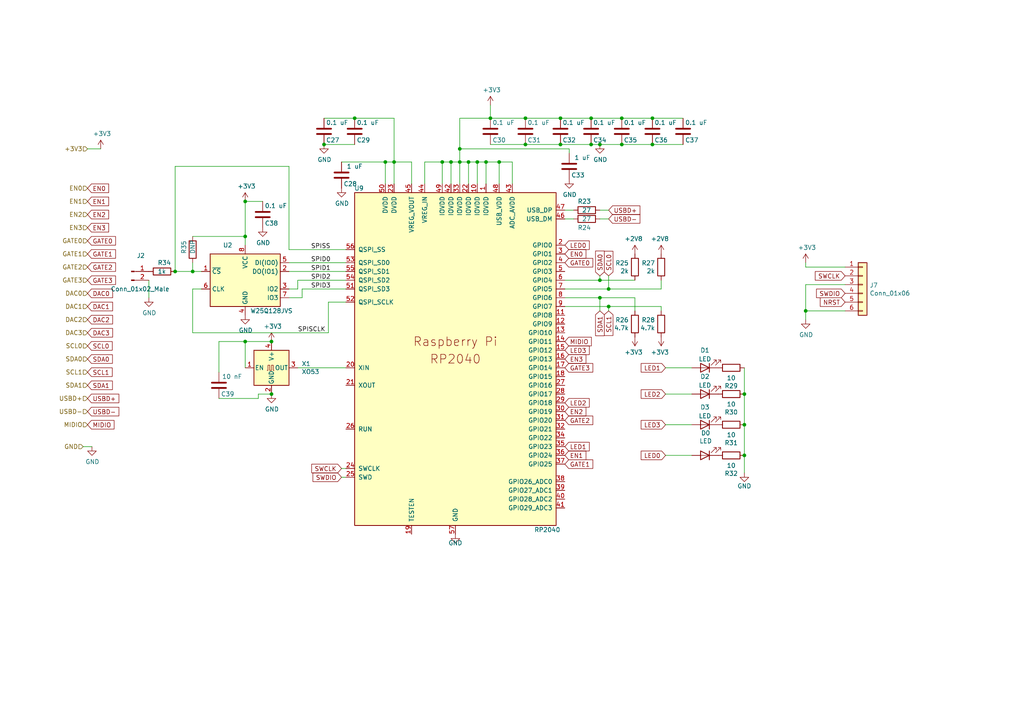
<source format=kicad_sch>
(kicad_sch (version 20230121) (generator eeschema)
  (paper "A4")
  (lib_symbols
    (symbol "Connector_Generic:Conn_01x06" (pin_names (offset 1.016) hide)
      (property "Reference" "J" (at 0 7.62 0))
      (property "Value" "Conn_01x06" (at 0 -10.16 0))
      (symbol "Conn_01x06_1_1"
        (rectangle (start -1.27 -7.493) (end 0 -7.747) (stroke (width 0.1524)))
        (rectangle (start -1.27 -4.953) (end 0 -5.207) (stroke (width 0.1524)))
        (rectangle (start -1.27 -2.413) (end 0 -2.667) (stroke (width 0.1524)))
        (rectangle (start -1.27 0.127) (end 0 -0.127) (stroke (width 0.1524)))
        (rectangle (start -1.27 2.667) (end 0 2.413) (stroke (width 0.1524)))
        (rectangle (start -1.27 5.207) (end 0 4.953) (stroke (width 0.1524)))
        (rectangle (start -1.27 6.35) (end 1.27 -8.89) (stroke (width 0.254)) (fill (type background)))
        (pin passive line (at -5.08 5.08 0) (length 3.81) (name "Pin_1") (number "1"))
        (pin passive line (at -5.08 2.54 0) (length 3.81) (name "Pin_2") (number "2"))
        (pin passive line (at -5.08 0 0) (length 3.81) (name "Pin_3") (number "3"))
        (pin passive line (at -5.08 -2.54 0) (length 3.81) (name "Pin_4") (number "4"))
        (pin passive line (at -5.08 -5.08 0) (length 3.81) (name "Pin_5") (number "5"))
        (pin passive line (at -5.08 -7.62 0) (length 3.81) (name "Pin_6") (number "6"))
      )
    )
    (symbol "Device:C" (pin_numbers hide) (pin_names (offset 0.254))
      (property "Reference" "C" (at 0.635 2.54 0))
      (property "Value" "C" (at 0.635 -2.54 0))
      (symbol "C_0_1"
        (polyline (pts (xy -2.032 -0.762) (xy 2.032 -0.762)) (stroke (width 0.508)))
        (polyline (pts (xy -2.032 0.762) (xy 2.032 0.762)) (stroke (width 0.508)))
      )
      (symbol "C_1_1"
        (pin passive line (at 0 3.81 270) (length 2.794) (name "~") (number "1"))
        (pin passive line (at 0 -3.81 90) (length 2.794) (name "~") (number "2"))
      )
    )
    (symbol "Device:LED" (pin_numbers hide) (pin_names (offset 1.016) hide)
      (property "Reference" "D" (at 0 2.54 0))
      (property "Value" "LED" (at 0 -2.54 0))
      (symbol "LED_0_1"
        (polyline (pts (xy -1.27 -1.27) (xy -1.27 1.27)) (stroke (width 0.254)))
        (polyline (pts (xy -1.27 0) (xy 1.27 0)))
        (polyline (pts (xy 1.27 -1.27) (xy 1.27 1.27) (xy -1.27 0) (xy 1.27 -1.27)) (stroke (width 0.254)))
        (polyline (pts (xy -3.048 -0.762) (xy -4.572 -2.286) (xy -3.81 -2.286) (xy -4.572 -2.286) (xy -4.572 -1.524)))
        (polyline (pts (xy -1.778 -0.762) (xy -3.302 -2.286) (xy -2.54 -2.286) (xy -3.302 -2.286) (xy -3.302 -1.524)))
      )
      (symbol "LED_1_1"
        (pin passive line (at -3.81 0 0) (length 2.54) (name "K") (number "1"))
        (pin passive line (at 3.81 0 180) (length 2.54) (name "A") (number "2"))
      )
    )
    (symbol "Device:R" (pin_numbers hide) (pin_names (offset 0))
      (property "Reference" "R" (at 2.032 0 90))
      (property "Value" "R" (at 0 0 90))
      (symbol "R_0_1"
        (rectangle (start -1.016 -2.54) (end 1.016 2.54) (stroke (width 0.254)))
      )
      (symbol "R_1_1"
        (pin passive line (at 0 3.81 270) (length 1.27) (name "~") (number "1"))
        (pin passive line (at 0 -3.81 90) (length 1.27) (name "~") (number "2"))
      )
    )
    (symbol "Oscillator:XO53" (pin_names (offset 0.254))
      (property "Reference" "X" (at -5.08 6.35 0))
      (property "Value" "XO53" (at 1.27 -6.35 0))
      (symbol "XO53_0_1"
        (rectangle (start -5.08 5.08) (end 5.08 -5.08) (stroke (width 0.254)) (fill (type background)))
        (polyline (pts (xy 0.762 -0.762) (xy 0.508 -0.762) (xy 0.508 0.762) (xy 0 0.762) (xy 0 -0.762) (xy -0.508 -0.762) (xy -0.508 0.762) (xy -1.016 0.762) (xy -1.016 -0.762) (xy -1.27 -0.762)))
      )
      (symbol "XO53_1_1"
        (pin input line (at -7.62 0 0) (length 2.54) (name "EN") (number "1"))
        (pin power_in line (at 0 -7.62 90) (length 2.54) (name "GND") (number "2"))
        (pin output line (at 7.62 0 180) (length 2.54) (name "OUT") (number "3"))
        (pin power_in line (at 0 7.62 270) (length 2.54) (name "V+") (number "4"))
      )
    )
    (symbol "power:+2V8" (power) (pin_names (offset 0))
      (property "Value" "+2V8" (at 0 3.556 0))
      (symbol "+2V8_0_1"
        (polyline (pts (xy -0.762 1.27) (xy 0 2.54)))
        (polyline (pts (xy 0 0) (xy 0 2.54)))
        (polyline (pts (xy 0 2.54) (xy 0.762 1.27)))
      )
      (symbol "+2V8_1_1"
        (pin power_in line (at 0 0 90) (length 0) hide (name "+2V8") (number "1"))
      )
    )
    (symbol "power:+3V3" (power) (pin_names (offset 0))
      (property "Value" "+3V3" (at 0 3.556 0))
      (symbol "+3V3_0_1"
        (polyline (pts (xy -0.762 1.27) (xy 0 2.54)))
        (polyline (pts (xy 0 0) (xy 0 2.54)))
        (polyline (pts (xy 0 2.54) (xy 0.762 1.27)))
      )
      (symbol "+3V3_1_1"
        (pin power_in line (at 0 0 90) (length 0) hide (name "+3V3") (number "1"))
      )
    )
    (symbol "power:GND" (power) (pin_names (offset 0))
      (property "Value" "GND" (at 0 -3.81 0))
      (symbol "GND_0_1"
        (polyline (pts (xy 0 0) (xy 0 -1.27) (xy 1.27 -1.27) (xy 0 -2.54) (xy -1.27 -1.27) (xy 0 -1.27)))
      )
      (symbol "GND_1_1"
        (pin power_in line (at 0 0 270) (length 0) hide (name "GND") (number "1"))
      )
    )
    (symbol "quadrant-rescue:Conn_01x02_Male-Connector" (pin_names (offset 1.016) hide)
      (property "Reference" "J" (at 0 2.54 0))
      (property "Value" "Connector_Conn_01x02_Male" (at 0 -5.08 0))
      (symbol "Conn_01x02_Male-Connector_1_1"
        (polyline (pts (xy 1.27 -2.54) (xy 0.8636 -2.54)) (stroke (width 0.1524)))
        (polyline (pts (xy 1.27 0) (xy 0.8636 0)) (stroke (width 0.1524)))
        (rectangle (start 0.8636 -2.413) (end 0 -2.667) (stroke (width 0.1524)) (fill (type outline)))
        (rectangle (start 0.8636 0.127) (end 0 -0.127) (stroke (width 0.1524)) (fill (type outline)))
        (pin passive line (at 5.08 0 180) (length 3.81) (name "Pin_1") (number "1"))
        (pin passive line (at 5.08 -2.54 180) (length 3.81) (name "Pin_2") (number "2"))
      )
    )
    (symbol "quadrant-rescue:W25Q128JVS-Memory_Flash"
      (property "Reference" "U" (at -8.89 8.89 0))
      (property "Value" "Memory_Flash_W25Q128JVS" (at 7.62 8.89 0))
      (symbol "W25Q128JVS-Memory_Flash_0_1"
        (rectangle (start -10.16 7.62) (end 10.16 -7.62) (stroke (width 0.254)) (fill (type background)))
      )
      (symbol "W25Q128JVS-Memory_Flash_1_1"
        (pin input line (at -12.7 2.54 0) (length 2.54) (name "~{CS}") (number "1"))
        (pin bidirectional line (at 12.7 2.54 180) (length 2.54) (name "DO(IO1)") (number "2"))
        (pin bidirectional line (at 12.7 -2.54 180) (length 2.54) (name "IO2") (number "3"))
        (pin power_in line (at 0 -10.16 90) (length 2.54) (name "GND") (number "4"))
        (pin bidirectional line (at 12.7 5.08 180) (length 2.54) (name "DI(IO0)") (number "5"))
        (pin input line (at -12.7 -2.54 0) (length 2.54) (name "CLK") (number "6"))
        (pin bidirectional line (at 12.7 -5.08 180) (length 2.54) (name "IO3") (number "7"))
        (pin power_in line (at 0 10.16 270) (length 2.54) (name "VCC") (number "8"))
      )
    )
    (symbol "quadrant:RP2040" (pin_names (offset 1.016))
      (property "Reference" "U" (at -29.21 49.53 0))
      (property "Value" "RP2040" (at 24.13 -49.53 0))
      (symbol "RP2040_0_0"
        (text "Raspberry Pi" (at 0 5.08 0) (effects (font (size 2.54 2.54))))
        (text "RP2040" (at 0 0 0) (effects (font (size 2.54 2.54))))
      )
      (symbol "RP2040_0_1"
        (rectangle (start 29.21 48.26) (end -29.21 -48.26) (stroke (width 0.254)) (fill (type background)))
      )
      (symbol "RP2040_1_1"
        (pin power_in line (at 8.89 50.8 270) (length 2.54) (name "IOVDD") (number "1"))
        (pin power_in line (at 6.35 50.8 270) (length 2.54) (name "IOVDD") (number "10"))
        (pin bidirectional line (at 31.75 12.7 180) (length 2.54) (name "GPIO8") (number "11"))
        (pin bidirectional line (at 31.75 10.16 180) (length 2.54) (name "GPIO9") (number "12"))
        (pin bidirectional line (at 31.75 7.62 180) (length 2.54) (name "GPIO10") (number "13"))
        (pin bidirectional line (at 31.75 5.08 180) (length 2.54) (name "GPIO11") (number "14"))
        (pin bidirectional line (at 31.75 2.54 180) (length 2.54) (name "GPIO12") (number "15"))
        (pin bidirectional line (at 31.75 0 180) (length 2.54) (name "GPIO13") (number "16"))
        (pin bidirectional line (at 31.75 -2.54 180) (length 2.54) (name "GPIO14") (number "17"))
        (pin bidirectional line (at 31.75 -5.08 180) (length 2.54) (name "GPIO15") (number "18"))
        (pin passive line (at -12.7 -50.8 90) (length 2.54) (name "TESTEN") (number "19"))
        (pin bidirectional line (at 31.75 33.02 180) (length 2.54) (name "GPIO0") (number "2"))
        (pin input line (at -31.75 -2.54 0) (length 2.54) (name "XIN") (number "20"))
        (pin passive line (at -31.75 -7.62 0) (length 2.54) (name "XOUT") (number "21"))
        (pin power_in line (at 3.81 50.8 270) (length 2.54) (name "IOVDD") (number "22"))
        (pin power_in line (at -17.78 50.8 270) (length 2.54) (name "DVDD") (number "23"))
        (pin output line (at -31.75 -31.75 0) (length 2.54) (name "SWCLK") (number "24"))
        (pin bidirectional line (at -31.75 -34.29 0) (length 2.54) (name "SWD") (number "25"))
        (pin input line (at -31.75 -20.32 0) (length 2.54) (name "RUN") (number "26"))
        (pin bidirectional line (at 31.75 -7.62 180) (length 2.54) (name "GPIO16") (number "27"))
        (pin bidirectional line (at 31.75 -10.16 180) (length 2.54) (name "GPIO17") (number "28"))
        (pin bidirectional line (at 31.75 -12.7 180) (length 2.54) (name "GPIO18") (number "29"))
        (pin bidirectional line (at 31.75 30.48 180) (length 2.54) (name "GPIO1") (number "3"))
        (pin bidirectional line (at 31.75 -15.24 180) (length 2.54) (name "GPIO19") (number "30"))
        (pin bidirectional line (at 31.75 -17.78 180) (length 2.54) (name "GPIO20") (number "31"))
        (pin bidirectional line (at 31.75 -20.32 180) (length 2.54) (name "GPIO21") (number "32"))
        (pin power_in line (at 1.27 50.8 270) (length 2.54) (name "IOVDD") (number "33"))
        (pin bidirectional line (at 31.75 -22.86 180) (length 2.54) (name "GPIO22") (number "34"))
        (pin bidirectional line (at 31.75 -25.4 180) (length 2.54) (name "GPIO23") (number "35"))
        (pin bidirectional line (at 31.75 -27.94 180) (length 2.54) (name "GPIO24") (number "36"))
        (pin bidirectional line (at 31.75 -30.48 180) (length 2.54) (name "GPIO25") (number "37"))
        (pin bidirectional line (at 31.75 -35.56 180) (length 2.54) (name "GPIO26_ADC0") (number "38"))
        (pin bidirectional line (at 31.75 -38.1 180) (length 2.54) (name "GPIO27_ADC1") (number "39"))
        (pin bidirectional line (at 31.75 27.94 180) (length 2.54) (name "GPIO2") (number "4"))
        (pin bidirectional line (at 31.75 -40.64 180) (length 2.54) (name "GPIO28_ADC2") (number "40"))
        (pin bidirectional line (at 31.75 -43.18 180) (length 2.54) (name "GPIO29_ADC3") (number "41"))
        (pin power_in line (at -1.27 50.8 270) (length 2.54) (name "IOVDD") (number "42"))
        (pin power_in line (at 16.51 50.8 270) (length 2.54) (name "ADC_AVDD") (number "43"))
        (pin power_in line (at -8.89 50.8 270) (length 2.54) (name "VREG_IN") (number "44"))
        (pin power_out line (at -12.7 50.8 270) (length 2.54) (name "VREG_VOUT") (number "45"))
        (pin bidirectional line (at 31.75 40.64 180) (length 2.54) (name "USB_DM") (number "46"))
        (pin bidirectional line (at 31.75 43.18 180) (length 2.54) (name "USB_DP") (number "47"))
        (pin power_in line (at 12.7 50.8 270) (length 2.54) (name "USB_VDD") (number "48"))
        (pin power_in line (at -3.81 50.8 270) (length 2.54) (name "IOVDD") (number "49"))
        (pin bidirectional line (at 31.75 25.4 180) (length 2.54) (name "GPIO3") (number "5"))
        (pin power_in line (at -20.32 50.8 270) (length 2.54) (name "DVDD") (number "50"))
        (pin bidirectional line (at -31.75 20.32 0) (length 2.54) (name "QSPI_SD3") (number "51"))
        (pin output line (at -31.75 16.51 0) (length 2.54) (name "QSPI_SCLK") (number "52"))
        (pin bidirectional line (at -31.75 27.94 0) (length 2.54) (name "QSPI_SD0") (number "53"))
        (pin bidirectional line (at -31.75 22.86 0) (length 2.54) (name "QSPI_SD2") (number "54"))
        (pin bidirectional line (at -31.75 25.4 0) (length 2.54) (name "QSPI_SD1") (number "55"))
        (pin bidirectional line (at -31.75 31.75 0) (length 2.54) (name "QSPI_SS") (number "56"))
        (pin power_in line (at 0 -50.8 90) (length 2.54) (name "GND") (number "57"))
        (pin bidirectional line (at 31.75 22.86 180) (length 2.54) (name "GPIO4") (number "6"))
        (pin bidirectional line (at 31.75 20.32 180) (length 2.54) (name "GPIO5") (number "7"))
        (pin bidirectional line (at 31.75 17.78 180) (length 2.54) (name "GPIO6") (number "8"))
        (pin bidirectional line (at 31.75 15.24 180) (length 2.54) (name "GPIO7") (number "9"))
      )
    )
  )
  (junction (at 180.34 41.91))
  (junction (at 130.81 46.99))
  (junction (at 111.76 46.99))
  (junction (at 114.3 46.99))
  (junction (at 140.97 46.99))
  (junction (at 189.23 34.29))
  (junction (at 176.53 83.82))
  (junction (at 152.4 34.29))
  (junction (at 215.9 132.08))
  (junction (at 55.88 78.74))
  (junction (at 133.35 46.99))
  (junction (at 135.89 46.99))
  (junction (at 93.98 41.91))
  (junction (at 71.12 99.06))
  (junction (at 171.45 41.91))
  (junction (at 215.9 123.19))
  (junction (at 215.9 114.3))
  (junction (at 138.43 46.99))
  (junction (at 180.34 34.29))
  (junction (at 78.74 114.3))
  (junction (at 233.68 90.17))
  (junction (at 144.78 46.99))
  (junction (at 142.24 34.29))
  (junction (at 162.56 34.29))
  (junction (at 173.99 41.91))
  (junction (at 102.87 34.29))
  (junction (at 128.27 46.99))
  (junction (at 171.45 34.29))
  (junction (at 162.56 41.91))
  (junction (at 173.99 81.28))
  (junction (at 189.23 41.91))
  (junction (at 133.35 43.18))
  (junction (at 176.53 88.9))
  (junction (at 152.4 41.91))
  (junction (at 71.12 58.42))
  (junction (at 71.12 68.58))
  (junction (at 173.99 86.36))
  (junction (at 78.74 99.06))
  (junction (at 50.8 78.74))
  (wire (pts (xy 233.68 90.17) (xy 233.68 82.55)))
  (wire (pts (xy 163.83 83.82) (xy 176.53 83.82)))
  (wire (pts (xy 166.37 63.5) (xy 163.83 63.5)))
  (wire (pts (xy 130.81 46.99) (xy 133.35 46.99)))
  (wire (pts (xy 176.53 83.82) (xy 191.77 83.82)))
  (wire (pts (xy 111.76 46.99) (xy 114.3 46.99)))
  (wire (pts (xy 176.53 88.9) (xy 191.77 88.9)))
  (wire (pts (xy 162.56 41.91) (xy 171.45 41.91)))
  (wire (pts (xy 165.1 43.18) (xy 165.1 44.45)))
  (wire (pts (xy 63.5 115.57) (xy 74.93 115.57)))
  (wire (pts (xy 152.4 34.29) (xy 162.56 34.29)))
  (wire (pts (xy 189.23 34.29) (xy 198.12 34.29)))
  (wire (pts (xy 100.33 135.89) (xy 99.06 135.89)))
  (wire (pts (xy 71.12 99.06) (xy 63.5 99.06)))
  (wire (pts (xy 93.98 34.29) (xy 102.87 34.29)))
  (wire (pts (xy 55.88 96.52) (xy 95.25 96.52)))
  (wire (pts (xy 55.88 76.2) (xy 55.88 78.74)))
  (wire (pts (xy 87.63 83.82) (xy 100.33 83.82)))
  (wire (pts (xy 233.68 77.47) (xy 245.11 77.47)))
  (wire (pts (xy 24.13 129.54) (xy 26.67 129.54)))
  (wire (pts (xy 83.82 83.82) (xy 86.36 83.82)))
  (wire (pts (xy 128.27 53.34) (xy 128.27 46.99)))
  (wire (pts (xy 58.42 78.74) (xy 55.88 78.74)))
  (wire (pts (xy 140.97 46.99) (xy 144.78 46.99)))
  (wire (pts (xy 95.25 96.52) (xy 95.25 87.63)))
  (wire (pts (xy 86.36 81.28) (xy 100.33 81.28)))
  (wire (pts (xy 233.68 82.55) (xy 245.11 82.55)))
  (wire (pts (xy 180.34 41.91) (xy 189.23 41.91)))
  (wire (pts (xy 193.04 114.3) (xy 200.66 114.3)))
  (wire (pts (xy 123.19 53.34) (xy 123.19 46.99)))
  (wire (pts (xy 133.35 43.18) (xy 165.1 43.18)))
  (wire (pts (xy 123.19 46.99) (xy 128.27 46.99)))
  (wire (pts (xy 173.99 81.28) (xy 184.15 81.28)))
  (wire (pts (xy 128.27 46.99) (xy 130.81 46.99)))
  (wire (pts (xy 163.83 88.9) (xy 176.53 88.9)))
  (wire (pts (xy 71.12 58.42) (xy 71.12 68.58)))
  (wire (pts (xy 83.82 86.36) (xy 87.63 86.36)))
  (wire (pts (xy 133.35 34.29) (xy 133.35 43.18)))
  (wire (pts (xy 173.99 86.36) (xy 184.15 86.36)))
  (wire (pts (xy 55.88 83.82) (xy 55.88 96.52)))
  (wire (pts (xy 191.77 83.82) (xy 191.77 81.28)))
  (wire (pts (xy 144.78 46.99) (xy 144.78 53.34)))
  (wire (pts (xy 173.99 41.91) (xy 180.34 41.91)))
  (wire (pts (xy 245.11 90.17) (xy 233.68 90.17)))
  (wire (pts (xy 173.99 60.96) (xy 176.53 60.96)))
  (wire (pts (xy 86.36 83.82) (xy 86.36 81.28)))
  (wire (pts (xy 50.8 48.26) (xy 50.8 78.74)))
  (wire (pts (xy 114.3 46.99) (xy 114.3 53.34)))
  (wire (pts (xy 133.35 43.18) (xy 133.35 46.99)))
  (wire (pts (xy 138.43 46.99) (xy 140.97 46.99)))
  (wire (pts (xy 215.9 123.19) (xy 215.9 132.08)))
  (wire (pts (xy 180.34 34.29) (xy 189.23 34.29)))
  (wire (pts (xy 83.82 72.39) (xy 83.82 48.26)))
  (wire (pts (xy 86.36 106.68) (xy 100.33 106.68)))
  (wire (pts (xy 71.12 68.58) (xy 71.12 71.12)))
  (wire (pts (xy 163.83 86.36) (xy 173.99 86.36)))
  (wire (pts (xy 58.42 83.82) (xy 55.88 83.82)))
  (wire (pts (xy 142.24 41.91) (xy 152.4 41.91)))
  (wire (pts (xy 215.9 106.68) (xy 215.9 114.3)))
  (wire (pts (xy 193.04 123.19) (xy 200.66 123.19)))
  (wire (pts (xy 29.21 43.18) (xy 25.4 43.18)))
  (wire (pts (xy 215.9 132.08) (xy 215.9 137.16)))
  (wire (pts (xy 74.93 114.3) (xy 78.74 114.3)))
  (wire (pts (xy 102.87 34.29) (xy 114.3 34.29)))
  (wire (pts (xy 191.77 88.9) (xy 191.77 90.17)))
  (wire (pts (xy 142.24 30.48) (xy 142.24 34.29)))
  (wire (pts (xy 176.53 83.82) (xy 176.53 80.01)))
  (wire (pts (xy 215.9 114.3) (xy 215.9 123.19)))
  (wire (pts (xy 144.78 46.99) (xy 148.59 46.99)))
  (wire (pts (xy 152.4 41.91) (xy 162.56 41.91)))
  (wire (pts (xy 148.59 46.99) (xy 148.59 53.34)))
  (wire (pts (xy 43.18 81.28) (xy 43.18 86.36)))
  (wire (pts (xy 163.83 60.96) (xy 166.37 60.96)))
  (wire (pts (xy 100.33 138.43) (xy 99.06 138.43)))
  (wire (pts (xy 133.35 46.99) (xy 133.35 53.34)))
  (wire (pts (xy 95.25 87.63) (xy 100.33 87.63)))
  (wire (pts (xy 99.06 46.99) (xy 111.76 46.99)))
  (wire (pts (xy 87.63 86.36) (xy 87.63 83.82)))
  (wire (pts (xy 193.04 106.68) (xy 200.66 106.68)))
  (wire (pts (xy 55.88 68.58) (xy 71.12 68.58)))
  (wire (pts (xy 163.83 81.28) (xy 173.99 81.28)))
  (wire (pts (xy 171.45 41.91) (xy 173.99 41.91)))
  (wire (pts (xy 140.97 46.99) (xy 140.97 53.34)))
  (wire (pts (xy 55.88 78.74) (xy 50.8 78.74)))
  (wire (pts (xy 173.99 86.36) (xy 173.99 90.17)))
  (wire (pts (xy 114.3 34.29) (xy 114.3 46.99)))
  (wire (pts (xy 138.43 46.99) (xy 135.89 46.99)))
  (wire (pts (xy 111.76 53.34) (xy 111.76 46.99)))
  (wire (pts (xy 74.93 115.57) (xy 74.93 114.3)))
  (wire (pts (xy 233.68 92.71) (xy 233.68 90.17)))
  (wire (pts (xy 142.24 34.29) (xy 133.35 34.29)))
  (wire (pts (xy 184.15 86.36) (xy 184.15 90.17)))
  (wire (pts (xy 171.45 34.29) (xy 180.34 34.29)))
  (wire (pts (xy 71.12 58.42) (xy 76.2 58.42)))
  (wire (pts (xy 78.74 99.06) (xy 71.12 99.06)))
  (wire (pts (xy 173.99 81.28) (xy 173.99 80.01)))
  (wire (pts (xy 135.89 46.99) (xy 133.35 46.99)))
  (wire (pts (xy 83.82 76.2) (xy 100.33 76.2)))
  (wire (pts (xy 176.53 63.5) (xy 173.99 63.5)))
  (wire (pts (xy 176.53 88.9) (xy 176.53 90.17)))
  (wire (pts (xy 138.43 53.34) (xy 138.43 46.99)))
  (wire (pts (xy 83.82 48.26) (xy 50.8 48.26)))
  (wire (pts (xy 114.3 46.99) (xy 119.38 46.99)))
  (wire (pts (xy 189.23 41.91) (xy 198.12 41.91)))
  (wire (pts (xy 130.81 53.34) (xy 130.81 46.99)))
  (wire (pts (xy 100.33 72.39) (xy 83.82 72.39)))
  (wire (pts (xy 100.33 78.74) (xy 83.82 78.74)))
  (wire (pts (xy 142.24 34.29) (xy 152.4 34.29)))
  (wire (pts (xy 193.04 132.08) (xy 200.66 132.08)))
  (wire (pts (xy 233.68 76.2) (xy 233.68 77.47)))
  (wire (pts (xy 119.38 46.99) (xy 119.38 53.34)))
  (wire (pts (xy 135.89 53.34) (xy 135.89 46.99)))
  (wire (pts (xy 162.56 34.29) (xy 171.45 34.29)))
  (wire (pts (xy 71.12 106.68) (xy 71.12 99.06)))
  (wire (pts (xy 63.5 99.06) (xy 63.5 107.95)))
  (wire (pts (xy 93.98 41.91) (xy 102.87 41.91)))
  (label "SPISCLK" (at 86.36 96.52 0))
  (label "SPID3" (at 90.17 83.82 0))
  (label "SPISS" (at 90.17 72.39 0))
  (label "SPID1" (at 90.17 78.74 0))
  (label "SPID0" (at 90.17 76.2 0))
  (label "SPID2" (at 90.17 81.28 0))
  (global_label "SCL1" (shape input) (at 176.53 90.17 270) (property "Intersheetrefs" "${INTERSHEET_REFS}" (effects hide)))
  (global_label "SDA1" (shape input) (at 173.99 90.17 270) (property "Intersheetrefs" "${INTERSHEET_REFS}" (effects hide)))
  (global_label "SCL1" (shape input) (at 25.4 107.95 0) (property "Intersheetrefs" "${INTERSHEET_REFS}" (effects hide)))
  (global_label "LED0" (shape input) (at 163.83 71.12 0) (property "Intersheetrefs" "${INTERSHEET_REFS}" (effects hide)))
  (global_label "EN2" (shape input) (at 163.83 119.38 0) (property "Intersheetrefs" "${INTERSHEET_REFS}" (effects hide)))
  (global_label "MIDIO" (shape input) (at 25.4 123.19 0) (property "Intersheetrefs" "${INTERSHEET_REFS}" (effects hide)))
  (global_label "EN2" (shape input) (at 25.4 62.23 0) (property "Intersheetrefs" "${INTERSHEET_REFS}" (effects hide)))
  (global_label "SDA0" (shape input) (at 25.4 104.14 0) (property "Intersheetrefs" "${INTERSHEET_REFS}" (effects hide)))
  (global_label "GATE0" (shape input) (at 163.83 76.2 0) (property "Intersheetrefs" "${INTERSHEET_REFS}" (effects hide)))
  (global_label "USBD-" (shape input) (at 25.4 119.38 0) (property "Intersheetrefs" "${INTERSHEET_REFS}" (effects hide)))
  (global_label "GATE3" (shape input) (at 25.4 81.28 0) (property "Intersheetrefs" "${INTERSHEET_REFS}" (effects hide)))
  (global_label "EN1" (shape input) (at 25.4 58.42 0) (property "Intersheetrefs" "${INTERSHEET_REFS}" (effects hide)))
  (global_label "GATE2" (shape input) (at 25.4 77.47 0) (property "Intersheetrefs" "${INTERSHEET_REFS}" (effects hide)))
  (global_label "EN0" (shape input) (at 163.83 73.66 0) (property "Intersheetrefs" "${INTERSHEET_REFS}" (effects hide)))
  (global_label "USBD-" (shape input) (at 176.53 63.5 0) (property "Intersheetrefs" "${INTERSHEET_REFS}" (effects hide)))
  (global_label "SWCLK" (shape input) (at 99.06 135.89 180) (property "Intersheetrefs" "${INTERSHEET_REFS}" (effects hide)))
  (global_label "LED2" (shape input) (at 193.04 114.3 180) (property "Intersheetrefs" "${INTERSHEET_REFS}" (effects hide)))
  (global_label "EN1" (shape input) (at 163.83 132.08 0) (property "Intersheetrefs" "${INTERSHEET_REFS}" (effects hide)))
  (global_label "MIDIO" (shape input) (at 163.83 99.06 0) (property "Intersheetrefs" "${INTERSHEET_REFS}" (effects hide)))
  (global_label "LED2" (shape input) (at 163.83 116.84 0) (property "Intersheetrefs" "${INTERSHEET_REFS}" (effects hide)))
  (global_label "LED3" (shape input) (at 193.04 123.19 180) (property "Intersheetrefs" "${INTERSHEET_REFS}" (effects hide)))
  (global_label "USBD+" (shape input) (at 25.4 115.57 0) (property "Intersheetrefs" "${INTERSHEET_REFS}" (effects hide)))
  (global_label "USBD+" (shape input) (at 176.53 60.96 0) (property "Intersheetrefs" "${INTERSHEET_REFS}" (effects hide)))
  (global_label "LED1" (shape input) (at 163.83 129.54 0) (property "Intersheetrefs" "${INTERSHEET_REFS}" (effects hide)))
  (global_label "EN3" (shape input) (at 25.4 66.04 0) (property "Intersheetrefs" "${INTERSHEET_REFS}" (effects hide)))
  (global_label "GATE0" (shape input) (at 25.4 69.85 0) (property "Intersheetrefs" "${INTERSHEET_REFS}" (effects hide)))
  (global_label "DAC3" (shape input) (at 25.4 96.52 0) (property "Intersheetrefs" "${INTERSHEET_REFS}" (effects hide)))
  (global_label "GATE2" (shape input) (at 163.83 121.92 0) (property "Intersheetrefs" "${INTERSHEET_REFS}" (effects hide)))
  (global_label "DAC0" (shape input) (at 25.4 85.09 0) (property "Intersheetrefs" "${INTERSHEET_REFS}" (effects hide)))
  (global_label "LED0" (shape input) (at 193.04 132.08 180) (property "Intersheetrefs" "${INTERSHEET_REFS}" (effects hide)))
  (global_label "LED1" (shape input) (at 193.04 106.68 180) (property "Intersheetrefs" "${INTERSHEET_REFS}" (effects hide)))
  (global_label "GATE3" (shape input) (at 163.83 106.68 0) (property "Intersheetrefs" "${INTERSHEET_REFS}" (effects hide)))
  (global_label "SCL0" (shape input) (at 25.4 100.33 0) (property "Intersheetrefs" "${INTERSHEET_REFS}" (effects hide)))
  (global_label "SDA1" (shape input) (at 25.4 111.76 0) (property "Intersheetrefs" "${INTERSHEET_REFS}" (effects hide)))
  (global_label "SWCLK" (shape input) (at 245.11 80.01 180) (property "Intersheetrefs" "${INTERSHEET_REFS}" (effects hide)))
  (global_label "SWDIO" (shape input) (at 245.11 85.09 180) (property "Intersheetrefs" "${INTERSHEET_REFS}" (effects hide)))
  (global_label "GATE1" (shape input) (at 25.4 73.66 0) (property "Intersheetrefs" "${INTERSHEET_REFS}" (effects hide)))
  (global_label "SWDIO" (shape input) (at 99.06 138.43 180) (property "Intersheetrefs" "${INTERSHEET_REFS}" (effects hide)))
  (global_label "NRST" (shape input) (at 245.11 87.63 180) (property "Intersheetrefs" "${INTERSHEET_REFS}" (effects hide)))
  (global_label "EN3" (shape input) (at 163.83 104.14 0) (property "Intersheetrefs" "${INTERSHEET_REFS}" (effects hide)))
  (global_label "SCL0" (shape input) (at 176.53 80.01 90) (property "Intersheetrefs" "${INTERSHEET_REFS}" (effects hide)))
  (global_label "SDA0" (shape input) (at 173.99 80.01 90) (property "Intersheetrefs" "${INTERSHEET_REFS}" (effects hide)))
  (global_label "GATE1" (shape input) (at 163.83 134.62 0) (property "Intersheetrefs" "${INTERSHEET_REFS}" (effects hide)))
  (global_label "DAC2" (shape input) (at 25.4 92.71 0) (property "Intersheetrefs" "${INTERSHEET_REFS}" (effects hide)))
  (global_label "EN0" (shape input) (at 25.4 54.61 0) (property "Intersheetrefs" "${INTERSHEET_REFS}" (effects hide)))
  (global_label "LED3" (shape input) (at 163.83 101.6 0) (property "Intersheetrefs" "${INTERSHEET_REFS}" (effects hide)))
  (global_label "DAC1" (shape input) (at 25.4 88.9 0) (property "Intersheetrefs" "${INTERSHEET_REFS}" (effects hide)))
  (hierarchical_label "USBD-" (shape input) (at 25.4 119.38 180))
  (hierarchical_label "GATE0" (shape input) (at 25.4 69.85 180))
  (hierarchical_label "+3V3" (shape input) (at 25.4 43.18 180))
  (hierarchical_label "GATE3" (shape input) (at 25.4 81.28 180))
  (hierarchical_label "DAC0" (shape input) (at 25.4 85.09 180))
  (hierarchical_label "SCL0" (shape input) (at 25.4 100.33 180))
  (hierarchical_label "EN1" (shape input) (at 25.4 58.42 180))
  (hierarchical_label "SDA0" (shape input) (at 25.4 104.14 180))
  (hierarchical_label "SDA1" (shape input) (at 25.4 111.76 180))
  (hierarchical_label "MIDIO" (shape input) (at 25.4 123.19 180))
  (hierarchical_label "EN2" (shape input) (at 25.4 62.23 180))
  (hierarchical_label "GND" (shape input) (at 24.13 129.54 180))
  (hierarchical_label "DAC1" (shape input) (at 25.4 88.9 180))
  (hierarchical_label "GATE1" (shape input) (at 25.4 73.66 180))
  (hierarchical_label "DAC3" (shape input) (at 25.4 96.52 180))
  (hierarchical_label "DAC2" (shape input) (at 25.4 92.71 180))
  (hierarchical_label "EN0" (shape input) (at 25.4 54.61 180))
  (hierarchical_label "GATE2" (shape input) (at 25.4 77.47 180))
  (hierarchical_label "EN3" (shape input) (at 25.4 66.04 180))
  (hierarchical_label "USBD+" (shape input) (at 25.4 115.57 180))
  (hierarchical_label "SCL1" (shape input) (at 25.4 107.95 180))
  (symbol (lib_id "quadrant-rescue:W25Q128JVS-Memory_Flash") (at 71.12 81.28 0) (unit 1)
    (property "Reference" "U2" (at 66.04 71.12 0))
    (property "Value" "W25Q128JVS" (at 78.74 90.17 0))
    (property "Footprint" "Package_SO:SOIC-8_5.23x5.23mm_P1.27mm" (effects hide))
    (property "Datasheet" "http://www.winbond.com/resource-files/w25q128jv_dtr%20revc%2003272018%20plus.pdf" (effects hide))
    (property "JLC" "SOIC-8_208mil" (effects hide))
    (property "LCSC" "C97521" (effects hide))
    (property "ordered" "y" (effects hide))
  )
  (symbol (lib_id "Device:C") (at 76.2 62.23 180) (unit 1)
    (property "Reference" "C38" (at 78.74 64.77 0))
    (property "Value" "0.1 uF" (at 80.01 59.69 0))
    (property "Footprint" "Capacitor_SMD:C_0603_1608Metric_Pad1.08x0.95mm_HandSolder" (effects hide))
    (property "JLC" "0603" (effects hide))
    (property "LCSC" "C30926" (effects hide))
    (property "ordered" "y" (effects hide))
    (instances (project "quadrant" (path "" (reference "C38") (unit 1)) (path "" (reference "C?") (unit 1))))
  )
  (symbol (lib_id "Device:R") (at 55.88 72.39 0) (mirror y) (unit 1)
    (property "Reference" "R35" (at 53.34 73.66 90) (effects (justify left)))
    (property "Value" "DNP" (at 55.88 73.66 90) (effects (justify left)))
    (property "Footprint" "Resistor_SMD:R_0603_1608Metric_Pad0.98x0.95mm_HandSolder" (effects hide))
    (instances (project "quadrant" (path "" (reference "R35") (unit 1)) (path "" (reference "R?") (unit 1))))
  )
  (symbol (lib_id "Device:R") (at 46.99 78.74 270) (mirror x) (unit 1)
    (property "Reference" "R34" (at 45.72 76.2 90) (effects (justify left)))
    (property "Value" "1k" (at 45.72 78.74 90) (effects (justify left)))
    (property "Footprint" "Resistor_SMD:R_0603_1608Metric_Pad0.98x0.95mm_HandSolder" (effects hide))
    (property "JLC" "0603" (effects hide))
    (property "LCSC" " C21190 " (effects hide))
    (property "ordered" "y" (effects hide))
    (instances (project "quadrant" (path "" (reference "R34") (unit 1)) (path "" (reference "R?") (unit 1))))
  )
  (symbol (lib_id "power:+3V3") (at 71.12 58.42 0) (unit 1)
    (property "Reference" "#PWR0101" (effects hide))
    (property "Value" "+3V3" (at 71.501 54.0258 0))
    (instances (project "quadrant" (path "" (reference "#PWR0101") (unit 1)) (path "" (reference "#PWR?") (unit 1))))
  )
  (symbol (lib_id "power:GND") (at 76.2 66.04 0) (unit 1)
    (property "Reference" "#PWR0102" (effects hide))
    (property "Value" "GND" (at 76.327 70.4342 0))
    (instances (project "quadrant" (path "" (reference "#PWR0102") (unit 1)) (path "" (reference "#PWR?") (unit 1))))
  )
  (symbol (lib_id "power:GND") (at 71.12 91.44 0) (unit 1)
    (property "Reference" "#PWR0103" (effects hide))
    (property "Value" "GND" (at 71.247 95.8342 0))
    (instances (project "quadrant" (path "" (reference "#PWR0103") (unit 1)) (path "" (reference "#PWR?") (unit 1))))
  )
  (symbol (lib_id "quadrant-rescue:Conn_01x02_Male-Connector") (at 38.1 78.74 0) (unit 1)
    (property "Reference" "J2" (at 40.8432 74.1426 0))
    (property "Value" "Conn_01x02_Male" (at 40.64 83.82 0))
    (property "Footprint" "Connector_PinHeader_2.00mm:PinHeader_1x02_P2.00mm_Vertical" (effects hide))
    (property "JLC" "直插,P=2mm" (effects hide))
    (property "LCSC" "C541856" (effects hide))
    (property "ordered" "y" (effects hide))
  )
  (symbol (lib_id "power:GND") (at 43.18 86.36 0) (unit 1)
    (property "Reference" "#PWR0104" (effects hide))
    (property "Value" "GND" (at 43.307 90.7542 0))
    (instances (project "quadrant" (path "" (reference "#PWR0104") (unit 1)) (path "" (reference "#PWR?") (unit 1))))
  )
  (symbol (lib_id "Oscillator:XO53") (at 78.74 106.68 0) (unit 1)
    (property "Reference" "X1" (at 87.4776 105.5116 0) (effects (justify left)))
    (property "Value" "XO53" (at 87.4776 107.823 0) (effects (justify left)))
    (property "Footprint" "Oscillator:Oscillator_SMD_Kyocera_KC2520Z-4Pin_2.5x2.0mm" (effects hide))
    (property "Datasheet" "http://cdn-reichelt.de/documents/datenblatt/B400/XO53.pdf" (effects hide))
    (property "JLC" "SMD2520-4P" (effects hide))
    (property "LCSC" "C2901596" (effects hide))
    (property "ordered" "y" (effects hide))
  )
  (symbol (lib_id "power:GND") (at 78.74 114.3 0) (unit 1)
    (property "Reference" "#PWR0105" (effects hide))
    (property "Value" "GND" (at 78.867 118.6942 0))
    (instances (project "quadrant" (path "" (reference "#PWR0105") (unit 1)) (path "" (reference "#PWR?") (unit 1))))
  )
  (symbol (lib_id "power:+3V3") (at 78.74 99.06 0) (unit 1)
    (property "Reference" "#PWR0106" (effects hide))
    (property "Value" "+3V3" (at 79.121 94.6658 0))
    (instances (project "quadrant" (path "" (reference "#PWR0106") (unit 1)) (path "" (reference "#PWR?") (unit 1))))
  )
  (symbol (lib_id "Device:C") (at 63.5 111.76 180) (unit 1)
    (property "Reference" "C39" (at 66.04 114.3 0))
    (property "Value" "10 nF" (at 67.31 109.22 0))
    (property "Footprint" "Capacitor_SMD:C_0603_1608Metric_Pad1.08x0.95mm_HandSolder" (effects hide))
    (property "JLC" "0603" (effects hide))
    (property "LCSC" "C124567 " (effects hide))
    (property "ordered" "y" (effects hide))
    (instances (project "quadrant" (path "" (reference "C39") (unit 1)) (path "" (reference "C?") (unit 1))))
  )
  (symbol (lib_id "power:GND") (at 233.68 92.71 0) (unit 1)
    (property "Reference" "#PWR074" (effects hide))
    (property "Value" "GND" (at 233.807 97.1042 0))
    (instances (project "quadrant" (path "" (reference "#PWR074") (unit 1)) (path "" (reference "#PWR?") (unit 1))))
  )
  (symbol (lib_id "Connector_Generic:Conn_01x06") (at 250.19 82.55 0) (unit 1)
    (property "Reference" "J7" (at 252.222 82.7532 0) (effects (justify left)))
    (property "Value" "Conn_01x06" (at 252.222 85.0646 0) (effects (justify left)))
    (property "Footprint" "Connector_PinHeader_2.54mm:PinHeader_1x06_P2.54mm_Vertical" (effects hide))
    (property "JLC" "直插,P=2.54mm" (effects hide))
    (property "LCSC" "C190819" (effects hide))
    (property "ordered" "y" (effects hide))
    (instances (project "quadrant" (path "" (reference "J7") (unit 1)) (path "" (reference "J?") (unit 1))))
  )
  (symbol (lib_id "Device:R") (at 191.77 77.47 0) (mirror y) (unit 1)
    (property "Reference" "R27" (at 189.992 76.3016 0) (effects (justify left)))
    (property "Value" "2k" (at 189.992 78.613 0) (effects (justify left)))
    (property "Footprint" "Resistor_SMD:R_0603_1608Metric_Pad0.98x0.95mm_HandSolder" (effects hide))
    (property "JLC" "0603" (effects hide))
    (property "LCSC" "C22975" (effects hide))
    (property "ordered" "y" (effects hide))
    (instances (project "quadrant" (path "" (reference "R27") (unit 1)) (path "" (reference "R?") (unit 1))))
  )
  (symbol (lib_id "power:+2V8") (at 191.77 73.66 0) (mirror y) (unit 1)
    (property "Reference" "#PWR070" (effects hide))
    (property "Value" "+2V8" (at 191.389 69.2658 0))
    (instances (project "quadrant" (path "" (reference "#PWR070") (unit 1)) (path "" (reference "#PWR?") (unit 1))))
  )
  (symbol (lib_id "Device:R") (at 184.15 77.47 0) (mirror y) (unit 1)
    (property "Reference" "R25" (at 182.372 76.3016 0) (effects (justify left)))
    (property "Value" "2k" (at 182.372 78.613 0) (effects (justify left)))
    (property "Footprint" "Resistor_SMD:R_0603_1608Metric_Pad0.98x0.95mm_HandSolder" (effects hide))
    (property "JLC" "0603" (effects hide))
    (property "LCSC" "C22975" (effects hide))
    (property "ordered" "y" (effects hide))
    (instances (project "quadrant" (path "" (reference "R25") (unit 1)) (path "" (reference "R?") (unit 1))))
  )
  (symbol (lib_id "power:+2V8") (at 184.15 73.66 0) (mirror y) (unit 1)
    (property "Reference" "#PWR068" (effects hide))
    (property "Value" "+2V8" (at 183.769 69.2658 0))
    (instances (project "quadrant" (path "" (reference "#PWR068") (unit 1)) (path "" (reference "#PWR?") (unit 1))))
  )
  (symbol (lib_id "Device:LED") (at 204.47 106.68 180) (unit 1)
    (property "Reference" "D1" (at 204.47 101.6 0))
    (property "Value" "LED" (at 204.47 104.14 0))
    (property "Footprint" "LED_SMD:LED_0603_1608Metric_Pad1.05x0.95mm_HandSolder" (effects hide))
    (property "JLC" "0603" (effects hide))
    (property "LCSC" "C84269" (effects hide))
    (property "ordered" "y" (effects hide))
    (instances (project "quadrant" (path "" (reference "D1") (unit 1)) (path "" (reference "D?") (unit 1))))
  )
  (symbol (lib_id "Device:R") (at 212.09 106.68 90) (unit 1)
    (property "Reference" "R29" (at 212.09 111.9378 90))
    (property "Value" "10" (at 212.09 109.6264 90))
    (property "Footprint" "Resistor_SMD:R_0603_1608Metric_Pad0.98x0.95mm_HandSolder" (effects hide))
    (property "JLC" "0603" (effects hide))
    (property "LCSC" "C109318 " (effects hide))
    (property "ordered" "y" (effects hide))
    (instances (project "quadrant" (path "" (reference "R29") (unit 1)) (path "" (reference "R?") (unit 1))))
  )
  (symbol (lib_id "Device:LED") (at 204.47 132.08 180) (unit 1)
    (property "Reference" "D0" (at 204.6732 125.603 0))
    (property "Value" "LED" (at 204.6732 127.9144 0))
    (property "Footprint" "LED_SMD:LED_0603_1608Metric_Pad1.05x0.95mm_HandSolder" (effects hide))
    (property "JLC" "0603" (effects hide))
    (property "LCSC" "C84269" (effects hide))
    (property "ordered" "y" (effects hide))
    (instances (project "quadrant" (path "" (reference "D0") (unit 1)) (path "" (reference "D?") (unit 1))))
  )
  (symbol (lib_id "Device:LED") (at 204.47 114.3 180) (unit 1)
    (property "Reference" "D2" (at 204.47 109.22 0))
    (property "Value" "LED" (at 204.47 111.76 0))
    (property "Footprint" "LED_SMD:LED_0603_1608Metric_Pad1.05x0.95mm_HandSolder" (effects hide))
    (property "JLC" "0603" (effects hide))
    (property "LCSC" "C84269" (effects hide))
    (property "ordered" "y" (effects hide))
    (instances (project "quadrant" (path "" (reference "D2") (unit 1)) (path "" (reference "D?") (unit 1))))
  )
  (symbol (lib_id "Device:LED") (at 204.47 123.19 180) (unit 1)
    (property "Reference" "D3" (at 204.47 118.11 0))
    (property "Value" "LED" (at 204.47 120.65 0))
    (property "Footprint" "LED_SMD:LED_0603_1608Metric_Pad1.05x0.95mm_HandSolder" (effects hide))
    (property "JLC" "0603" (effects hide))
    (property "LCSC" "C84269" (effects hide))
    (property "ordered" "y" (effects hide))
    (instances (project "quadrant" (path "" (reference "D3") (unit 1)) (path "" (reference "D?") (unit 1))))
  )
  (symbol (lib_id "power:+3V3") (at 233.68 76.2 0) (unit 1)
    (property "Reference" "#PWR073" (effects hide))
    (property "Value" "+3V3" (at 234.061 71.8058 0))
    (instances (project "quadrant" (path "" (reference "#PWR073") (unit 1)) (path "" (reference "#PWR?") (unit 1))))
  )
  (symbol (lib_id "power:GND") (at 132.08 154.94 0) (unit 1)
    (property "Reference" "#PWR064" (effects hide))
    (property "Value" "GND" (at 132.08 157.48 0))
    (instances (project "quadrant" (path "" (reference "#PWR064") (unit 1)) (path "" (reference "#PWR?") (unit 1))))
  )
  (symbol (lib_id "power:GND") (at 173.99 41.91 0) (unit 1)
    (property "Reference" "#PWR067" (effects hide))
    (property "Value" "GND" (at 174.117 46.3042 0))
    (instances (project "quadrant" (path "" (reference "#PWR067") (unit 1)) (path "" (reference "#PWR?") (unit 1))))
  )
  (symbol (lib_id "Device:C") (at 142.24 38.1 180) (unit 1)
    (property "Reference" "C30" (at 144.78 40.64 0))
    (property "Value" "0.1 uF" (at 146.05 35.56 0))
    (property "Footprint" "Capacitor_SMD:C_0603_1608Metric_Pad1.08x0.95mm_HandSolder" (effects hide))
    (property "JLC" "0603" (effects hide))
    (property "LCSC" "C30926" (effects hide))
    (property "ordered" "y" (effects hide))
    (instances (project "quadrant" (path "" (reference "C30") (unit 1)) (path "" (reference "C?") (unit 1))))
  )
  (symbol (lib_id "power:+3V3") (at 142.24 30.48 0) (unit 1)
    (property "Reference" "#PWR065" (effects hide))
    (property "Value" "+3V3" (at 142.621 26.0858 0))
    (instances (project "quadrant" (path "" (reference "#PWR065") (unit 1)) (path "" (reference "#PWR?") (unit 1))))
  )
  (symbol (lib_id "Device:C") (at 165.1 48.26 180) (unit 1)
    (property "Reference" "C33" (at 167.64 50.8 0))
    (property "Value" "1 uF" (at 168.91 45.72 0))
    (property "Footprint" "Capacitor_SMD:C_0805_2012Metric_Pad1.18x1.45mm_HandSolder" (effects hide))
    (property "JLC" "0805" (effects hide))
    (property "LCSC" "C215803" (effects hide))
    (property "ordered" "y" (effects hide))
    (instances (project "quadrant" (path "" (reference "C33") (unit 1)) (path "" (reference "C?") (unit 1))))
  )
  (symbol (lib_id "power:GND") (at 165.1 52.07 0) (unit 1)
    (property "Reference" "#PWR066" (effects hide))
    (property "Value" "GND" (at 165.227 56.4642 0))
    (instances (project "quadrant" (path "" (reference "#PWR066") (unit 1)) (path "" (reference "#PWR?") (unit 1))))
  )
  (symbol (lib_id "Device:C") (at 99.06 50.8 180) (unit 1)
    (property "Reference" "C28" (at 101.6 53.34 0))
    (property "Value" "1 uF" (at 102.87 48.26 0))
    (property "Footprint" "Capacitor_SMD:C_0805_2012Metric_Pad1.18x1.45mm_HandSolder" (effects hide))
    (property "JLC" "0805" (effects hide))
    (property "LCSC" "C215803" (effects hide))
    (property "ordered" "y" (effects hide))
    (instances (project "quadrant" (path "" (reference "C28") (unit 1)) (path "" (reference "C?") (unit 1))))
  )
  (symbol (lib_id "power:GND") (at 99.06 54.61 0) (unit 1)
    (property "Reference" "#PWR063" (effects hide))
    (property "Value" "GND" (at 99.187 59.0042 0))
    (instances (project "quadrant" (path "" (reference "#PWR063") (unit 1)) (path "" (reference "#PWR?") (unit 1))))
  )
  (symbol (lib_id "power:GND") (at 93.98 41.91 0) (unit 1)
    (property "Reference" "#PWR062" (effects hide))
    (property "Value" "GND" (at 94.107 46.3042 0))
    (instances (project "quadrant" (path "" (reference "#PWR062") (unit 1)) (path "" (reference "#PWR?") (unit 1))))
  )
  (symbol (lib_id "Device:R") (at 170.18 63.5 90) (mirror x) (unit 1)
    (property "Reference" "R24" (at 171.45 66.04 90) (effects (justify left)))
    (property "Value" "27" (at 171.45 63.5 90) (effects (justify left)))
    (property "Footprint" "Resistor_SMD:R_0603_1608Metric_Pad0.98x0.95mm_HandSolder" (effects hide))
    (property "JLC" "0603" (effects hide))
    (property "LCSC" "C137753 " (effects hide))
    (property "ordered" "y" (effects hide))
    (instances (project "quadrant" (path "" (reference "R24") (unit 1)) (path "" (reference "R?") (unit 1))))
  )
  (symbol (lib_id "Device:R") (at 170.18 60.96 90) (mirror x) (unit 1)
    (property "Reference" "R23" (at 171.45 58.42 90) (effects (justify left)))
    (property "Value" "27" (at 171.45 60.96 90) (effects (justify left)))
    (property "Footprint" "Resistor_SMD:R_0603_1608Metric_Pad0.98x0.95mm_HandSolder" (effects hide))
    (property "JLC" "0603" (effects hide))
    (property "LCSC" "C137753 " (effects hide))
    (property "ordered" "y" (effects hide))
    (instances (project "quadrant" (path "" (reference "R23") (unit 1)) (path "" (reference "R?") (unit 1))))
  )
  (symbol (lib_id "Device:C") (at 198.12 38.1 180) (unit 1)
    (property "Reference" "C37" (at 200.66 40.64 0))
    (property "Value" "0.1 uF" (at 201.93 35.56 0))
    (property "Footprint" "Capacitor_SMD:C_0603_1608Metric_Pad1.08x0.95mm_HandSolder" (effects hide))
    (property "JLC" "0603" (effects hide))
    (property "LCSC" "C30926" (effects hide))
    (property "ordered" "y" (effects hide))
    (instances (project "quadrant" (path "" (reference "C37") (unit 1)) (path "" (reference "C?") (unit 1))))
  )
  (symbol (lib_id "Device:C") (at 189.23 38.1 180) (unit 1)
    (property "Reference" "C36" (at 191.77 40.64 0))
    (property "Value" "0.1 uF" (at 193.04 35.56 0))
    (property "Footprint" "Capacitor_SMD:C_0603_1608Metric_Pad1.08x0.95mm_HandSolder" (effects hide))
    (property "JLC" "0603" (effects hide))
    (property "LCSC" "C30926" (effects hide))
    (property "ordered" "y" (effects hide))
    (instances (project "quadrant" (path "" (reference "C36") (unit 1)) (path "" (reference "C?") (unit 1))))
  )
  (symbol (lib_id "Device:C") (at 180.34 38.1 180) (unit 1)
    (property "Reference" "C35" (at 182.88 40.64 0))
    (property "Value" "0.1 uF" (at 184.15 35.56 0))
    (property "Footprint" "Capacitor_SMD:C_0603_1608Metric_Pad1.08x0.95mm_HandSolder" (effects hide))
    (property "JLC" "0603" (effects hide))
    (property "LCSC" "C30926" (effects hide))
    (property "ordered" "y" (effects hide))
    (instances (project "quadrant" (path "" (reference "C35") (unit 1)) (path "" (reference "C?") (unit 1))))
  )
  (symbol (lib_id "Device:C") (at 171.45 38.1 180) (unit 1)
    (property "Reference" "C34" (at 173.99 40.64 0))
    (property "Value" "0.1 uF" (at 175.26 35.56 0))
    (property "Footprint" "Capacitor_SMD:C_0603_1608Metric_Pad1.08x0.95mm_HandSolder" (effects hide))
    (property "JLC" "0603" (effects hide))
    (property "LCSC" "C30926" (effects hide))
    (property "ordered" "y" (effects hide))
    (instances (project "quadrant" (path "" (reference "C34") (unit 1)) (path "" (reference "C?") (unit 1))))
  )
  (symbol (lib_id "Device:C") (at 162.56 38.1 180) (unit 1)
    (property "Reference" "C32" (at 165.1 40.64 0))
    (property "Value" "0.1 uF" (at 166.37 35.56 0))
    (property "Footprint" "Capacitor_SMD:C_0603_1608Metric_Pad1.08x0.95mm_HandSolder" (effects hide))
    (property "JLC" "0603" (effects hide))
    (property "LCSC" "C30926" (effects hide))
    (property "ordered" "y" (effects hide))
    (instances (project "quadrant" (path "" (reference "C32") (unit 1)) (path "" (reference "C?") (unit 1))))
  )
  (symbol (lib_id "Device:C") (at 152.4 38.1 180) (unit 1)
    (property "Reference" "C31" (at 154.94 40.64 0))
    (property "Value" "0.1 uF" (at 156.21 35.56 0))
    (property "Footprint" "Capacitor_SMD:C_0603_1608Metric_Pad1.08x0.95mm_HandSolder" (effects hide))
    (property "JLC" "0603" (effects hide))
    (property "LCSC" "C30926" (effects hide))
    (property "ordered" "y" (effects hide))
    (instances (project "quadrant" (path "" (reference "C31") (unit 1)) (path "" (reference "C?") (unit 1))))
  )
  (symbol (lib_id "Device:C") (at 102.87 38.1 180) (unit 1)
    (property "Reference" "C29" (at 105.41 40.64 0))
    (property "Value" "0.1 uF" (at 106.68 35.56 0))
    (property "Footprint" "Capacitor_SMD:C_0603_1608Metric_Pad1.08x0.95mm_HandSolder" (effects hide))
    (property "JLC" "0603" (effects hide))
    (property "LCSC" "C30926" (effects hide))
    (property "ordered" "y" (effects hide))
    (instances (project "quadrant" (path "" (reference "C29") (unit 1)) (path "" (reference "C?") (unit 1))))
  )
  (symbol (lib_id "Device:C") (at 93.98 38.1 180) (unit 1)
    (property "Reference" "C27" (at 96.52 40.64 0))
    (property "Value" "0.1 uF" (at 97.79 35.56 0))
    (property "Footprint" "Capacitor_SMD:C_0603_1608Metric_Pad1.08x0.95mm_HandSolder" (effects hide))
    (property "JLC" "0603" (effects hide))
    (property "LCSC" "C30926" (effects hide))
    (property "ordered" "y" (effects hide))
    (instances (project "quadrant" (path "" (reference "C27") (unit 1)) (path "" (reference "C?") (unit 1))))
  )
  (symbol (lib_id "quadrant:RP2040") (at 132.08 104.14 0) (unit 1)
    (property "Reference" "U9" (at 104.14 54.61 0))
    (property "Value" "RP2040" (at 158.75 153.67 0))
    (property "Footprint" "RP2040_minimal:RP2040-QFN-56" (effects hide))
    (property "JLC" "QFN-56(7x7)" (effects hide))
    (property "LCSC" "C2040" (effects hide))
    (property "ordered" "y" (effects hide))
    (instances (project "quadrant" (path "" (reference "U9") (unit 1)) (path "" (reference "U?") (unit 1))))
  )
  (symbol (lib_id "Device:R") (at 191.77 93.98 0) (mirror y) (unit 1)
    (property "Reference" "R28" (at 189.992 92.8116 0) (effects (justify left)))
    (property "Value" "4.7k" (at 189.992 95.123 0) (effects (justify left)))
    (property "Footprint" "Resistor_SMD:R_0603_1608Metric_Pad0.98x0.95mm_HandSolder" (effects hide))
    (property "JLC" "0603" (effects hide))
    (property "LCSC" " C23162 " (effects hide))
    (property "ordered" "y" (effects hide))
    (instances (project "quadrant" (path "" (reference "R28") (unit 1)) (path "" (reference "R?") (unit 1))))
  )
  (symbol (lib_id "Device:R") (at 184.15 93.98 0) (mirror y) (unit 1)
    (property "Reference" "R26" (at 182.372 92.8116 0) (effects (justify left)))
    (property "Value" "4.7k" (at 182.372 95.123 0) (effects (justify left)))
    (property "Footprint" "Resistor_SMD:R_0603_1608Metric_Pad0.98x0.95mm_HandSolder" (effects hide))
    (property "JLC" "0603" (effects hide))
    (property "LCSC" " C23162 " (effects hide))
    (property "ordered" "y" (effects hide))
    (instances (project "quadrant" (path "" (reference "R26") (unit 1)) (path "" (reference "R?") (unit 1))))
  )
  (symbol (lib_id "power:+3V3") (at 184.15 97.79 180) (unit 1)
    (property "Reference" "#PWR069" (effects hide))
    (property "Value" "+3V3" (at 183.769 102.1842 0))
    (instances (project "quadrant" (path "" (reference "#PWR069") (unit 1)) (path "" (reference "#PWR?") (unit 1))))
  )
  (symbol (lib_id "power:+3V3") (at 191.77 97.79 180) (unit 1)
    (property "Reference" "#PWR071" (effects hide))
    (property "Value" "+3V3" (at 191.389 102.1842 0))
    (instances (project "quadrant" (path "" (reference "#PWR071") (unit 1)) (path "" (reference "#PWR?") (unit 1))))
  )
  (symbol (lib_id "Device:R") (at 212.09 114.3 90) (unit 1)
    (property "Reference" "R30" (at 212.09 119.5578 90))
    (property "Value" "10" (at 212.09 117.2464 90))
    (property "Footprint" "Resistor_SMD:R_0603_1608Metric_Pad0.98x0.95mm_HandSolder" (effects hide))
    (property "JLC" "0603" (effects hide))
    (property "LCSC" "C109318 " (effects hide))
    (property "ordered" "y" (effects hide))
    (instances (project "quadrant" (path "" (reference "R30") (unit 1)) (path "" (reference "R?") (unit 1))))
  )
  (symbol (lib_id "Device:R") (at 212.09 123.19 90) (unit 1)
    (property "Reference" "R31" (at 212.09 128.4478 90))
    (property "Value" "10" (at 212.09 126.1364 90))
    (property "Footprint" "Resistor_SMD:R_0603_1608Metric_Pad0.98x0.95mm_HandSolder" (effects hide))
    (property "JLC" "0603" (effects hide))
    (property "LCSC" "C109318 " (effects hide))
    (property "ordered" "y" (effects hide))
    (instances (project "quadrant" (path "" (reference "R31") (unit 1)) (path "" (reference "R?") (unit 1))))
  )
  (symbol (lib_id "Device:R") (at 212.09 132.08 90) (unit 1)
    (property "Reference" "R32" (at 212.09 137.3378 90))
    (property "Value" "10" (at 212.09 135.0264 90))
    (property "Footprint" "Resistor_SMD:R_0603_1608Metric_Pad0.98x0.95mm_HandSolder" (effects hide))
    (property "JLC" "0603" (effects hide))
    (property "LCSC" "C109318 " (effects hide))
    (property "ordered" "y" (effects hide))
    (instances (project "quadrant" (path "" (reference "R32") (unit 1)) (path "" (reference "R?") (unit 1))))
  )
  (symbol (lib_id "power:GND") (at 215.9 137.16 0) (unit 1)
    (property "Reference" "#PWR072" (effects hide))
    (property "Value" "GND" (at 215.9 140.97 0))
    (instances (project "quadrant" (path "" (reference "#PWR072") (unit 1)) (path "" (reference "#PWR?") (unit 1))))
  )
  (symbol (lib_id "power:GND") (at 26.67 129.54 0) (unit 1)
    (property "Reference" "#PWR?" (effects hide))
    (property "Value" "GND" (at 26.797 133.9342 0))
    (instances (project "quadrant" (path "" (reference "#PWR?") (unit 1)) (path "" (reference "#PWR?") (unit 1)) (path "" (reference "#PWR058") (unit 1))))
  )
  (symbol (lib_id "power:+3V3") (at 29.21 43.18 0) (unit 1)
    (property "Reference" "#PWR060" (effects hide))
    (property "Value" "+3V3" (at 29.591 38.7858 0))
    (instances (project "quadrant" (path "" (reference "#PWR060") (unit 1)) (path "" (reference "#PWR?") (unit 1))))
  )
)
</source>
